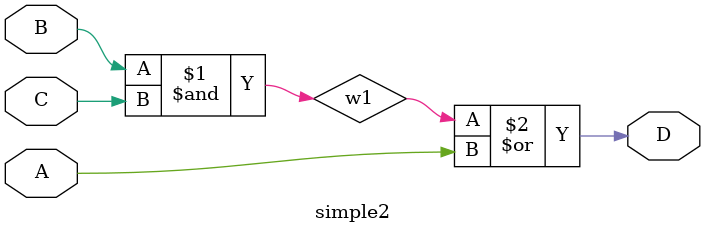
<source format=v>
module simple2
(A, B, C, D);
output D;
input A,B,C;
wire w1;
and G1(w1,B,C);
or G2(D, w1, A);
endmodule
</source>
